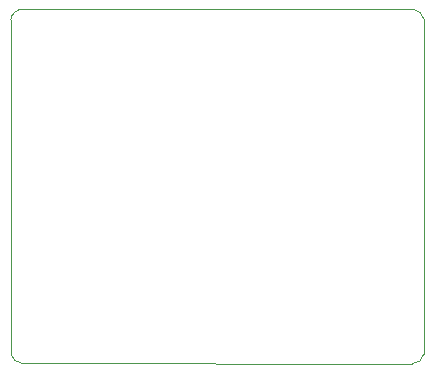
<source format=gbr>
%TF.GenerationSoftware,KiCad,Pcbnew,8.0.3*%
%TF.CreationDate,2024-12-22T23:45:43+05:30*%
%TF.ProjectId,STM32-pcb-design,53544d33-322d-4706-9362-2d6465736967,rev?*%
%TF.SameCoordinates,Original*%
%TF.FileFunction,Profile,NP*%
%FSLAX46Y46*%
G04 Gerber Fmt 4.6, Leading zero omitted, Abs format (unit mm)*
G04 Created by KiCad (PCBNEW 8.0.3) date 2024-12-22 23:45:43*
%MOMM*%
%LPD*%
G01*
G04 APERTURE LIST*
%TA.AperFunction,Profile*%
%ADD10C,0.050000*%
%TD*%
G04 APERTURE END LIST*
D10*
X125592446Y-59751692D02*
G75*
G02*
X124600000Y-60610000I-1021773J178530D01*
G01*
X124700000Y-30610000D02*
G75*
G02*
X125581960Y-31439026I-90858J-980309D01*
G01*
X91520000Y-60560000D02*
G75*
G02*
X90601938Y-59769566I72055J1012055D01*
G01*
X90590000Y-31510000D02*
G75*
G02*
X91619820Y-30590163I1011789J-96371D01*
G01*
X124700000Y-30610000D02*
X91619820Y-30590162D01*
X125592446Y-59751692D02*
X125581961Y-31439026D01*
X91520000Y-60560000D02*
X124600000Y-60610000D01*
X90590000Y-31510000D02*
X90601939Y-59769566D01*
M02*

</source>
